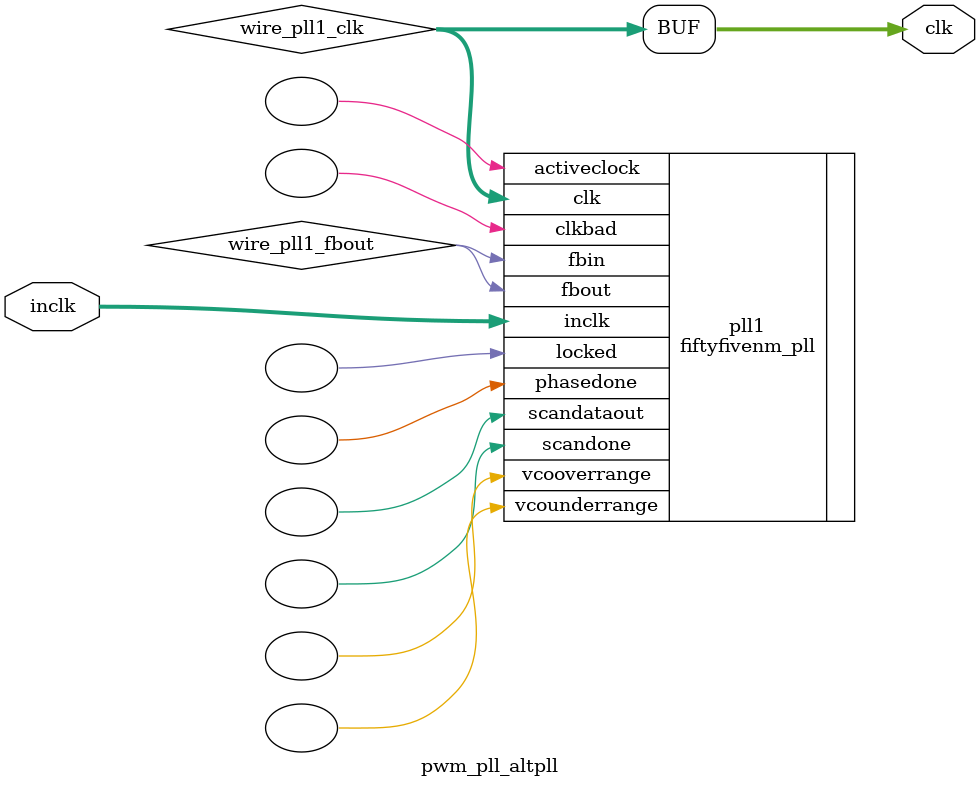
<source format=v>






//synthesis_resources = fiftyfivenm_pll 1 
//synopsys translate_off
`timescale 1 ps / 1 ps
//synopsys translate_on
module  pwm_pll_altpll
	( 
	clk,
	inclk) /* synthesis synthesis_clearbox=1 */;
	output   [4:0]  clk;
	input   [1:0]  inclk;
`ifndef ALTERA_RESERVED_QIS
// synopsys translate_off
`endif
	tri0   [1:0]  inclk;
`ifndef ALTERA_RESERVED_QIS
// synopsys translate_on
`endif

	wire  [4:0]   wire_pll1_clk;
	wire  wire_pll1_fbout;

	fiftyfivenm_pll   pll1
	( 
	.activeclock(),
	.clk(wire_pll1_clk),
	.clkbad(),
	.fbin(wire_pll1_fbout),
	.fbout(wire_pll1_fbout),
	.inclk(inclk),
	.locked(),
	.phasedone(),
	.scandataout(),
	.scandone(),
	.vcooverrange(),
	.vcounderrange()
	`ifndef FORMAL_VERIFICATION
	// synopsys translate_off
	`endif
	,
	.areset(1'b0),
	.clkswitch(1'b0),
	.configupdate(1'b0),
	.pfdena(1'b1),
	.phasecounterselect({3{1'b0}}),
	.phasestep(1'b0),
	.phaseupdown(1'b0),
	.scanclk(1'b0),
	.scanclkena(1'b1),
	.scandata(1'b0)
	`ifndef FORMAL_VERIFICATION
	// synopsys translate_on
	`endif
	);
	defparam
		pll1.bandwidth_type = "auto",
		pll1.clk0_divide_by = 2,
		pll1.clk0_duty_cycle = 50,
		pll1.clk0_multiply_by = 1,
		pll1.clk0_phase_shift = "0",
		pll1.clk1_divide_by = 5000,
		pll1.clk1_duty_cycle = 50,
		pll1.clk1_multiply_by = 3,
		pll1.clk1_phase_shift = "0",
		pll1.compensate_clock = "clk0",
		pll1.inclk0_input_frequency = 20000,
		pll1.operation_mode = "normal",
		pll1.pll_type = "auto",
		pll1.lpm_type = "fiftyfivenm_pll";
	assign
		clk = {wire_pll1_clk[4:0]};
endmodule //pwm_pll_altpll
//VALID FILE

</source>
